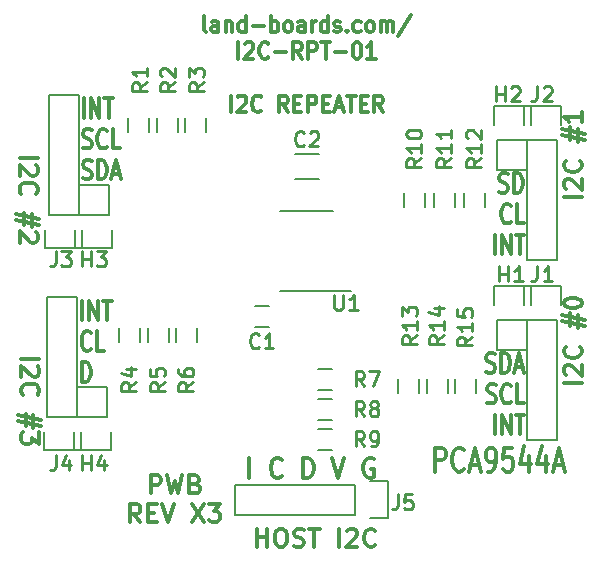
<source format=gto>
G04 #@! TF.FileFunction,Legend,Top*
%FSLAX46Y46*%
G04 Gerber Fmt 4.6, Leading zero omitted, Abs format (unit mm)*
G04 Created by KiCad (PCBNEW (after 2015-mar-04 BZR unknown)-product) date 1/15/2016 6:42:29 PM*
%MOMM*%
G01*
G04 APERTURE LIST*
%ADD10C,0.150000*%
%ADD11C,0.304800*%
%ADD12C,0.254000*%
G04 APERTURE END LIST*
D10*
D11*
X190971713Y-120807238D02*
X190971713Y-118775238D01*
X191552285Y-118775238D01*
X191697427Y-118872000D01*
X191769999Y-118968762D01*
X191842570Y-119162286D01*
X191842570Y-119452571D01*
X191769999Y-119646095D01*
X191697427Y-119742857D01*
X191552285Y-119839619D01*
X190971713Y-119839619D01*
X193366570Y-120613714D02*
X193293999Y-120710476D01*
X193076285Y-120807238D01*
X192931142Y-120807238D01*
X192713427Y-120710476D01*
X192568285Y-120516952D01*
X192495713Y-120323429D01*
X192423142Y-119936381D01*
X192423142Y-119646095D01*
X192495713Y-119259048D01*
X192568285Y-119065524D01*
X192713427Y-118872000D01*
X192931142Y-118775238D01*
X193076285Y-118775238D01*
X193293999Y-118872000D01*
X193366570Y-118968762D01*
X193947142Y-120226667D02*
X194672856Y-120226667D01*
X193801999Y-120807238D02*
X194309999Y-118775238D01*
X194817999Y-120807238D01*
X195398571Y-120807238D02*
X195688856Y-120807238D01*
X195833999Y-120710476D01*
X195906571Y-120613714D01*
X196051713Y-120323429D01*
X196124285Y-119936381D01*
X196124285Y-119162286D01*
X196051713Y-118968762D01*
X195979142Y-118872000D01*
X195833999Y-118775238D01*
X195543713Y-118775238D01*
X195398571Y-118872000D01*
X195325999Y-118968762D01*
X195253428Y-119162286D01*
X195253428Y-119646095D01*
X195325999Y-119839619D01*
X195398571Y-119936381D01*
X195543713Y-120033143D01*
X195833999Y-120033143D01*
X195979142Y-119936381D01*
X196051713Y-119839619D01*
X196124285Y-119646095D01*
X197503142Y-118775238D02*
X196777428Y-118775238D01*
X196704857Y-119742857D01*
X196777428Y-119646095D01*
X196922571Y-119549333D01*
X197285428Y-119549333D01*
X197430571Y-119646095D01*
X197503142Y-119742857D01*
X197575714Y-119936381D01*
X197575714Y-120420190D01*
X197503142Y-120613714D01*
X197430571Y-120710476D01*
X197285428Y-120807238D01*
X196922571Y-120807238D01*
X196777428Y-120710476D01*
X196704857Y-120613714D01*
X198882000Y-119452571D02*
X198882000Y-120807238D01*
X198519143Y-118678476D02*
X198156286Y-120129905D01*
X199099714Y-120129905D01*
X200333429Y-119452571D02*
X200333429Y-120807238D01*
X199970572Y-118678476D02*
X199607715Y-120129905D01*
X200551143Y-120129905D01*
X201059144Y-120226667D02*
X201784858Y-120226667D01*
X200914001Y-120807238D02*
X201422001Y-118775238D01*
X201930001Y-120807238D01*
X196390381Y-97112062D02*
X196571809Y-97190681D01*
X196874190Y-97190681D01*
X196995143Y-97112062D01*
X197055619Y-97033443D01*
X197116095Y-96876205D01*
X197116095Y-96718967D01*
X197055619Y-96561729D01*
X196995143Y-96483110D01*
X196874190Y-96404490D01*
X196632286Y-96325871D01*
X196511333Y-96247252D01*
X196450857Y-96168633D01*
X196390381Y-96011395D01*
X196390381Y-95854157D01*
X196450857Y-95696919D01*
X196511333Y-95618300D01*
X196632286Y-95539681D01*
X196934666Y-95539681D01*
X197116095Y-95618300D01*
X197660381Y-97190681D02*
X197660381Y-95539681D01*
X197962762Y-95539681D01*
X198144190Y-95618300D01*
X198265143Y-95775538D01*
X198325619Y-95932776D01*
X198386095Y-96247252D01*
X198386095Y-96483110D01*
X198325619Y-96797586D01*
X198265143Y-96954824D01*
X198144190Y-97112062D01*
X197962762Y-97190681D01*
X197660381Y-97190681D01*
X197358000Y-99649643D02*
X197297524Y-99728262D01*
X197116095Y-99806881D01*
X196995143Y-99806881D01*
X196813715Y-99728262D01*
X196692762Y-99571024D01*
X196632286Y-99413786D01*
X196571810Y-99099310D01*
X196571810Y-98863452D01*
X196632286Y-98548976D01*
X196692762Y-98391738D01*
X196813715Y-98234500D01*
X196995143Y-98155881D01*
X197116095Y-98155881D01*
X197297524Y-98234500D01*
X197358000Y-98313119D01*
X198507048Y-99806881D02*
X197902286Y-99806881D01*
X197902286Y-98155881D01*
X196027524Y-102423081D02*
X196027524Y-100772081D01*
X196632286Y-102423081D02*
X196632286Y-100772081D01*
X197358000Y-102423081D01*
X197358000Y-100772081D01*
X197781333Y-100772081D02*
X198507048Y-100772081D01*
X198144191Y-102423081D02*
X198144191Y-100772081D01*
X195301810Y-112352062D02*
X195483238Y-112430681D01*
X195785619Y-112430681D01*
X195906572Y-112352062D01*
X195967048Y-112273443D01*
X196027524Y-112116205D01*
X196027524Y-111958967D01*
X195967048Y-111801729D01*
X195906572Y-111723110D01*
X195785619Y-111644490D01*
X195543715Y-111565871D01*
X195422762Y-111487252D01*
X195362286Y-111408633D01*
X195301810Y-111251395D01*
X195301810Y-111094157D01*
X195362286Y-110936919D01*
X195422762Y-110858300D01*
X195543715Y-110779681D01*
X195846095Y-110779681D01*
X196027524Y-110858300D01*
X196571810Y-112430681D02*
X196571810Y-110779681D01*
X196874191Y-110779681D01*
X197055619Y-110858300D01*
X197176572Y-111015538D01*
X197237048Y-111172776D01*
X197297524Y-111487252D01*
X197297524Y-111723110D01*
X197237048Y-112037586D01*
X197176572Y-112194824D01*
X197055619Y-112352062D01*
X196874191Y-112430681D01*
X196571810Y-112430681D01*
X197781334Y-111958967D02*
X198386096Y-111958967D01*
X197660381Y-112430681D02*
X198083715Y-110779681D01*
X198507048Y-112430681D01*
X195362286Y-114968262D02*
X195543714Y-115046881D01*
X195846095Y-115046881D01*
X195967048Y-114968262D01*
X196027524Y-114889643D01*
X196088000Y-114732405D01*
X196088000Y-114575167D01*
X196027524Y-114417929D01*
X195967048Y-114339310D01*
X195846095Y-114260690D01*
X195604191Y-114182071D01*
X195483238Y-114103452D01*
X195422762Y-114024833D01*
X195362286Y-113867595D01*
X195362286Y-113710357D01*
X195422762Y-113553119D01*
X195483238Y-113474500D01*
X195604191Y-113395881D01*
X195906571Y-113395881D01*
X196088000Y-113474500D01*
X197358000Y-114889643D02*
X197297524Y-114968262D01*
X197116095Y-115046881D01*
X196995143Y-115046881D01*
X196813715Y-114968262D01*
X196692762Y-114811024D01*
X196632286Y-114653786D01*
X196571810Y-114339310D01*
X196571810Y-114103452D01*
X196632286Y-113788976D01*
X196692762Y-113631738D01*
X196813715Y-113474500D01*
X196995143Y-113395881D01*
X197116095Y-113395881D01*
X197297524Y-113474500D01*
X197358000Y-113553119D01*
X198507048Y-115046881D02*
X197902286Y-115046881D01*
X197902286Y-113395881D01*
X196027524Y-117663081D02*
X196027524Y-116012081D01*
X196632286Y-117663081D02*
X196632286Y-116012081D01*
X197358000Y-117663081D01*
X197358000Y-116012081D01*
X197781333Y-116012081D02*
X198507048Y-116012081D01*
X198144191Y-117663081D02*
X198144191Y-116012081D01*
X161084381Y-107985681D02*
X161084381Y-106334681D01*
X161689143Y-107985681D02*
X161689143Y-106334681D01*
X162414857Y-107985681D01*
X162414857Y-106334681D01*
X162838190Y-106334681D02*
X163563905Y-106334681D01*
X163201048Y-107985681D02*
X163201048Y-106334681D01*
X161810095Y-110444643D02*
X161749619Y-110523262D01*
X161568190Y-110601881D01*
X161447238Y-110601881D01*
X161265810Y-110523262D01*
X161144857Y-110366024D01*
X161084381Y-110208786D01*
X161023905Y-109894310D01*
X161023905Y-109658452D01*
X161084381Y-109343976D01*
X161144857Y-109186738D01*
X161265810Y-109029500D01*
X161447238Y-108950881D01*
X161568190Y-108950881D01*
X161749619Y-109029500D01*
X161810095Y-109108119D01*
X162959143Y-110601881D02*
X162354381Y-110601881D01*
X162354381Y-108950881D01*
X161084381Y-113218081D02*
X161084381Y-111567081D01*
X161386762Y-111567081D01*
X161568190Y-111645700D01*
X161689143Y-111802938D01*
X161749619Y-111960176D01*
X161810095Y-112274652D01*
X161810095Y-112510510D01*
X161749619Y-112824986D01*
X161689143Y-112982224D01*
X161568190Y-113139462D01*
X161386762Y-113218081D01*
X161084381Y-113218081D01*
X161211381Y-90840681D02*
X161211381Y-89189681D01*
X161816143Y-90840681D02*
X161816143Y-89189681D01*
X162541857Y-90840681D01*
X162541857Y-89189681D01*
X162965190Y-89189681D02*
X163690905Y-89189681D01*
X163328048Y-90840681D02*
X163328048Y-89189681D01*
X161150905Y-93378262D02*
X161332333Y-93456881D01*
X161634714Y-93456881D01*
X161755667Y-93378262D01*
X161816143Y-93299643D01*
X161876619Y-93142405D01*
X161876619Y-92985167D01*
X161816143Y-92827929D01*
X161755667Y-92749310D01*
X161634714Y-92670690D01*
X161392810Y-92592071D01*
X161271857Y-92513452D01*
X161211381Y-92434833D01*
X161150905Y-92277595D01*
X161150905Y-92120357D01*
X161211381Y-91963119D01*
X161271857Y-91884500D01*
X161392810Y-91805881D01*
X161695190Y-91805881D01*
X161876619Y-91884500D01*
X163146619Y-93299643D02*
X163086143Y-93378262D01*
X162904714Y-93456881D01*
X162783762Y-93456881D01*
X162602334Y-93378262D01*
X162481381Y-93221024D01*
X162420905Y-93063786D01*
X162360429Y-92749310D01*
X162360429Y-92513452D01*
X162420905Y-92198976D01*
X162481381Y-92041738D01*
X162602334Y-91884500D01*
X162783762Y-91805881D01*
X162904714Y-91805881D01*
X163086143Y-91884500D01*
X163146619Y-91963119D01*
X164295667Y-93456881D02*
X163690905Y-93456881D01*
X163690905Y-91805881D01*
X161150905Y-95994462D02*
X161332333Y-96073081D01*
X161634714Y-96073081D01*
X161755667Y-95994462D01*
X161816143Y-95915843D01*
X161876619Y-95758605D01*
X161876619Y-95601367D01*
X161816143Y-95444129D01*
X161755667Y-95365510D01*
X161634714Y-95286890D01*
X161392810Y-95208271D01*
X161271857Y-95129652D01*
X161211381Y-95051033D01*
X161150905Y-94893795D01*
X161150905Y-94736557D01*
X161211381Y-94579319D01*
X161271857Y-94500700D01*
X161392810Y-94422081D01*
X161695190Y-94422081D01*
X161876619Y-94500700D01*
X162420905Y-96073081D02*
X162420905Y-94422081D01*
X162723286Y-94422081D01*
X162904714Y-94500700D01*
X163025667Y-94657938D01*
X163086143Y-94815176D01*
X163146619Y-95129652D01*
X163146619Y-95365510D01*
X163086143Y-95679986D01*
X163025667Y-95837224D01*
X162904714Y-95994462D01*
X162723286Y-96073081D01*
X162420905Y-96073081D01*
X163630429Y-95601367D02*
X164235191Y-95601367D01*
X163509476Y-96073081D02*
X163932810Y-94422081D01*
X164356143Y-96073081D01*
X175230971Y-121320681D02*
X175230971Y-119669681D01*
X177988685Y-121163443D02*
X177916114Y-121242062D01*
X177698400Y-121320681D01*
X177553257Y-121320681D01*
X177335542Y-121242062D01*
X177190400Y-121084824D01*
X177117828Y-120927586D01*
X177045257Y-120613110D01*
X177045257Y-120377252D01*
X177117828Y-120062776D01*
X177190400Y-119905538D01*
X177335542Y-119748300D01*
X177553257Y-119669681D01*
X177698400Y-119669681D01*
X177916114Y-119748300D01*
X177988685Y-119826919D01*
X179802971Y-121320681D02*
X179802971Y-119669681D01*
X180165828Y-119669681D01*
X180383543Y-119748300D01*
X180528685Y-119905538D01*
X180601257Y-120062776D01*
X180673828Y-120377252D01*
X180673828Y-120613110D01*
X180601257Y-120927586D01*
X180528685Y-121084824D01*
X180383543Y-121242062D01*
X180165828Y-121320681D01*
X179802971Y-121320681D01*
X182270400Y-119669681D02*
X182778400Y-121320681D01*
X183286400Y-119669681D01*
X185753829Y-119748300D02*
X185608686Y-119669681D01*
X185390972Y-119669681D01*
X185173257Y-119748300D01*
X185028115Y-119905538D01*
X184955543Y-120062776D01*
X184882972Y-120377252D01*
X184882972Y-120613110D01*
X184955543Y-120927586D01*
X185028115Y-121084824D01*
X185173257Y-121242062D01*
X185390972Y-121320681D01*
X185536115Y-121320681D01*
X185753829Y-121242062D01*
X185826400Y-121163443D01*
X185826400Y-120613110D01*
X185536115Y-120613110D01*
X203381429Y-113284000D02*
X201857429Y-113284000D01*
X202002571Y-112630857D02*
X201930000Y-112558286D01*
X201857429Y-112413143D01*
X201857429Y-112050286D01*
X201930000Y-111905143D01*
X202002571Y-111832572D01*
X202147714Y-111760000D01*
X202292857Y-111760000D01*
X202510571Y-111832572D01*
X203381429Y-112703429D01*
X203381429Y-111760000D01*
X203236286Y-110236000D02*
X203308857Y-110308571D01*
X203381429Y-110526285D01*
X203381429Y-110671428D01*
X203308857Y-110889143D01*
X203163714Y-111034285D01*
X203018571Y-111106857D01*
X202728286Y-111179428D01*
X202510571Y-111179428D01*
X202220286Y-111106857D01*
X202075143Y-111034285D01*
X201930000Y-110889143D01*
X201857429Y-110671428D01*
X201857429Y-110526285D01*
X201930000Y-110308571D01*
X202002571Y-110236000D01*
X202365429Y-108494285D02*
X202365429Y-107405714D01*
X201712286Y-108058857D02*
X203671714Y-108494285D01*
X203018571Y-107550857D02*
X203018571Y-108639428D01*
X203671714Y-107986285D02*
X201712286Y-107550857D01*
X201857429Y-106607428D02*
X201857429Y-106462285D01*
X201930000Y-106317142D01*
X202002571Y-106244571D01*
X202147714Y-106172000D01*
X202438000Y-106099428D01*
X202800857Y-106099428D01*
X203091143Y-106172000D01*
X203236286Y-106244571D01*
X203308857Y-106317142D01*
X203381429Y-106462285D01*
X203381429Y-106607428D01*
X203308857Y-106752571D01*
X203236286Y-106825142D01*
X203091143Y-106897714D01*
X202800857Y-106970285D01*
X202438000Y-106970285D01*
X202147714Y-106897714D01*
X202002571Y-106825142D01*
X201930000Y-106752571D01*
X201857429Y-106607428D01*
X203381429Y-97536000D02*
X201857429Y-97536000D01*
X202002571Y-96882857D02*
X201930000Y-96810286D01*
X201857429Y-96665143D01*
X201857429Y-96302286D01*
X201930000Y-96157143D01*
X202002571Y-96084572D01*
X202147714Y-96012000D01*
X202292857Y-96012000D01*
X202510571Y-96084572D01*
X203381429Y-96955429D01*
X203381429Y-96012000D01*
X203236286Y-94488000D02*
X203308857Y-94560571D01*
X203381429Y-94778285D01*
X203381429Y-94923428D01*
X203308857Y-95141143D01*
X203163714Y-95286285D01*
X203018571Y-95358857D01*
X202728286Y-95431428D01*
X202510571Y-95431428D01*
X202220286Y-95358857D01*
X202075143Y-95286285D01*
X201930000Y-95141143D01*
X201857429Y-94923428D01*
X201857429Y-94778285D01*
X201930000Y-94560571D01*
X202002571Y-94488000D01*
X202365429Y-92746285D02*
X202365429Y-91657714D01*
X201712286Y-92310857D02*
X203671714Y-92746285D01*
X203018571Y-91802857D02*
X203018571Y-92891428D01*
X203671714Y-92238285D02*
X201712286Y-91802857D01*
X203381429Y-90351428D02*
X203381429Y-91222285D01*
X203381429Y-90786857D02*
X201857429Y-90786857D01*
X202075143Y-90932000D01*
X202220286Y-91077142D01*
X202292857Y-91222285D01*
X155774571Y-94234000D02*
X157298571Y-94234000D01*
X157153429Y-94887143D02*
X157226000Y-94959714D01*
X157298571Y-95104857D01*
X157298571Y-95467714D01*
X157226000Y-95612857D01*
X157153429Y-95685428D01*
X157008286Y-95758000D01*
X156863143Y-95758000D01*
X156645429Y-95685428D01*
X155774571Y-94814571D01*
X155774571Y-95758000D01*
X155919714Y-97282000D02*
X155847143Y-97209429D01*
X155774571Y-96991715D01*
X155774571Y-96846572D01*
X155847143Y-96628857D01*
X155992286Y-96483715D01*
X156137429Y-96411143D01*
X156427714Y-96338572D01*
X156645429Y-96338572D01*
X156935714Y-96411143D01*
X157080857Y-96483715D01*
X157226000Y-96628857D01*
X157298571Y-96846572D01*
X157298571Y-96991715D01*
X157226000Y-97209429D01*
X157153429Y-97282000D01*
X156790571Y-99023715D02*
X156790571Y-100112286D01*
X157443714Y-99459143D02*
X155484286Y-99023715D01*
X156137429Y-99967143D02*
X156137429Y-98878572D01*
X155484286Y-99531715D02*
X157443714Y-99967143D01*
X157153429Y-100547715D02*
X157226000Y-100620286D01*
X157298571Y-100765429D01*
X157298571Y-101128286D01*
X157226000Y-101273429D01*
X157153429Y-101346000D01*
X157008286Y-101418572D01*
X156863143Y-101418572D01*
X156645429Y-101346000D01*
X155774571Y-100475143D01*
X155774571Y-101418572D01*
X175876857Y-127181429D02*
X175876857Y-125657429D01*
X175876857Y-126383143D02*
X176747714Y-126383143D01*
X176747714Y-127181429D02*
X176747714Y-125657429D01*
X177763714Y-125657429D02*
X178054000Y-125657429D01*
X178199142Y-125730000D01*
X178344285Y-125875143D01*
X178416857Y-126165429D01*
X178416857Y-126673429D01*
X178344285Y-126963714D01*
X178199142Y-127108857D01*
X178054000Y-127181429D01*
X177763714Y-127181429D01*
X177618571Y-127108857D01*
X177473428Y-126963714D01*
X177400857Y-126673429D01*
X177400857Y-126165429D01*
X177473428Y-125875143D01*
X177618571Y-125730000D01*
X177763714Y-125657429D01*
X178997428Y-127108857D02*
X179215142Y-127181429D01*
X179577999Y-127181429D01*
X179723142Y-127108857D01*
X179795713Y-127036286D01*
X179868285Y-126891143D01*
X179868285Y-126746000D01*
X179795713Y-126600857D01*
X179723142Y-126528286D01*
X179577999Y-126455714D01*
X179287713Y-126383143D01*
X179142571Y-126310571D01*
X179069999Y-126238000D01*
X178997428Y-126092857D01*
X178997428Y-125947714D01*
X179069999Y-125802571D01*
X179142571Y-125730000D01*
X179287713Y-125657429D01*
X179650571Y-125657429D01*
X179868285Y-125730000D01*
X180303714Y-125657429D02*
X181174571Y-125657429D01*
X180739142Y-127181429D02*
X180739142Y-125657429D01*
X182843714Y-127181429D02*
X182843714Y-125657429D01*
X183496857Y-125802571D02*
X183569428Y-125730000D01*
X183714571Y-125657429D01*
X184077428Y-125657429D01*
X184222571Y-125730000D01*
X184295142Y-125802571D01*
X184367714Y-125947714D01*
X184367714Y-126092857D01*
X184295142Y-126310571D01*
X183424285Y-127181429D01*
X184367714Y-127181429D01*
X185891714Y-127036286D02*
X185819143Y-127108857D01*
X185601429Y-127181429D01*
X185456286Y-127181429D01*
X185238571Y-127108857D01*
X185093429Y-126963714D01*
X185020857Y-126818571D01*
X184948286Y-126528286D01*
X184948286Y-126310571D01*
X185020857Y-126020286D01*
X185093429Y-125875143D01*
X185238571Y-125730000D01*
X185456286Y-125657429D01*
X185601429Y-125657429D01*
X185819143Y-125730000D01*
X185891714Y-125802571D01*
X155926971Y-111252000D02*
X157450971Y-111252000D01*
X157305829Y-111905143D02*
X157378400Y-111977714D01*
X157450971Y-112122857D01*
X157450971Y-112485714D01*
X157378400Y-112630857D01*
X157305829Y-112703428D01*
X157160686Y-112776000D01*
X157015543Y-112776000D01*
X156797829Y-112703428D01*
X155926971Y-111832571D01*
X155926971Y-112776000D01*
X156072114Y-114300000D02*
X155999543Y-114227429D01*
X155926971Y-114009715D01*
X155926971Y-113864572D01*
X155999543Y-113646857D01*
X156144686Y-113501715D01*
X156289829Y-113429143D01*
X156580114Y-113356572D01*
X156797829Y-113356572D01*
X157088114Y-113429143D01*
X157233257Y-113501715D01*
X157378400Y-113646857D01*
X157450971Y-113864572D01*
X157450971Y-114009715D01*
X157378400Y-114227429D01*
X157305829Y-114300000D01*
X156942971Y-116041715D02*
X156942971Y-117130286D01*
X157596114Y-116477143D02*
X155636686Y-116041715D01*
X156289829Y-116985143D02*
X156289829Y-115896572D01*
X155636686Y-116549715D02*
X157596114Y-116985143D01*
X157450971Y-117493143D02*
X157450971Y-118436572D01*
X156870400Y-117928572D01*
X156870400Y-118146286D01*
X156797829Y-118291429D01*
X156725257Y-118364000D01*
X156580114Y-118436572D01*
X156217257Y-118436572D01*
X156072114Y-118364000D01*
X155999543Y-118291429D01*
X155926971Y-118146286D01*
X155926971Y-117710858D01*
X155999543Y-117565715D01*
X156072114Y-117493143D01*
X171589095Y-83601076D02*
X171468142Y-83534552D01*
X171407666Y-83401505D01*
X171407666Y-82204076D01*
X172617190Y-83601076D02*
X172617190Y-82869314D01*
X172556713Y-82736267D01*
X172435761Y-82669743D01*
X172193856Y-82669743D01*
X172072904Y-82736267D01*
X172617190Y-83534552D02*
X172496237Y-83601076D01*
X172193856Y-83601076D01*
X172072904Y-83534552D01*
X172012428Y-83401505D01*
X172012428Y-83268457D01*
X172072904Y-83135410D01*
X172193856Y-83068886D01*
X172496237Y-83068886D01*
X172617190Y-83002362D01*
X173221952Y-82669743D02*
X173221952Y-83601076D01*
X173221952Y-82802790D02*
X173282428Y-82736267D01*
X173403381Y-82669743D01*
X173584809Y-82669743D01*
X173705761Y-82736267D01*
X173766238Y-82869314D01*
X173766238Y-83601076D01*
X174915286Y-83601076D02*
X174915286Y-82204076D01*
X174915286Y-83534552D02*
X174794333Y-83601076D01*
X174552429Y-83601076D01*
X174431476Y-83534552D01*
X174371000Y-83468029D01*
X174310524Y-83334981D01*
X174310524Y-82935838D01*
X174371000Y-82802790D01*
X174431476Y-82736267D01*
X174552429Y-82669743D01*
X174794333Y-82669743D01*
X174915286Y-82736267D01*
X175520048Y-83068886D02*
X176487667Y-83068886D01*
X177092429Y-83601076D02*
X177092429Y-82204076D01*
X177092429Y-82736267D02*
X177213381Y-82669743D01*
X177455286Y-82669743D01*
X177576238Y-82736267D01*
X177636715Y-82802790D01*
X177697191Y-82935838D01*
X177697191Y-83334981D01*
X177636715Y-83468029D01*
X177576238Y-83534552D01*
X177455286Y-83601076D01*
X177213381Y-83601076D01*
X177092429Y-83534552D01*
X178422906Y-83601076D02*
X178301953Y-83534552D01*
X178241477Y-83468029D01*
X178181001Y-83334981D01*
X178181001Y-82935838D01*
X178241477Y-82802790D01*
X178301953Y-82736267D01*
X178422906Y-82669743D01*
X178604334Y-82669743D01*
X178725286Y-82736267D01*
X178785763Y-82802790D01*
X178846239Y-82935838D01*
X178846239Y-83334981D01*
X178785763Y-83468029D01*
X178725286Y-83534552D01*
X178604334Y-83601076D01*
X178422906Y-83601076D01*
X179934811Y-83601076D02*
X179934811Y-82869314D01*
X179874334Y-82736267D01*
X179753382Y-82669743D01*
X179511477Y-82669743D01*
X179390525Y-82736267D01*
X179934811Y-83534552D02*
X179813858Y-83601076D01*
X179511477Y-83601076D01*
X179390525Y-83534552D01*
X179330049Y-83401505D01*
X179330049Y-83268457D01*
X179390525Y-83135410D01*
X179511477Y-83068886D01*
X179813858Y-83068886D01*
X179934811Y-83002362D01*
X180539573Y-83601076D02*
X180539573Y-82669743D01*
X180539573Y-82935838D02*
X180600049Y-82802790D01*
X180660525Y-82736267D01*
X180781478Y-82669743D01*
X180902430Y-82669743D01*
X181870049Y-83601076D02*
X181870049Y-82204076D01*
X181870049Y-83534552D02*
X181749096Y-83601076D01*
X181507192Y-83601076D01*
X181386239Y-83534552D01*
X181325763Y-83468029D01*
X181265287Y-83334981D01*
X181265287Y-82935838D01*
X181325763Y-82802790D01*
X181386239Y-82736267D01*
X181507192Y-82669743D01*
X181749096Y-82669743D01*
X181870049Y-82736267D01*
X182414335Y-83534552D02*
X182535287Y-83601076D01*
X182777192Y-83601076D01*
X182898144Y-83534552D01*
X182958620Y-83401505D01*
X182958620Y-83334981D01*
X182898144Y-83201933D01*
X182777192Y-83135410D01*
X182595763Y-83135410D01*
X182474811Y-83068886D01*
X182414335Y-82935838D01*
X182414335Y-82869314D01*
X182474811Y-82736267D01*
X182595763Y-82669743D01*
X182777192Y-82669743D01*
X182898144Y-82736267D01*
X183502906Y-83468029D02*
X183563382Y-83534552D01*
X183502906Y-83601076D01*
X183442430Y-83534552D01*
X183502906Y-83468029D01*
X183502906Y-83601076D01*
X184651954Y-83534552D02*
X184531001Y-83601076D01*
X184289097Y-83601076D01*
X184168144Y-83534552D01*
X184107668Y-83468029D01*
X184047192Y-83334981D01*
X184047192Y-82935838D01*
X184107668Y-82802790D01*
X184168144Y-82736267D01*
X184289097Y-82669743D01*
X184531001Y-82669743D01*
X184651954Y-82736267D01*
X185377668Y-83601076D02*
X185256715Y-83534552D01*
X185196239Y-83468029D01*
X185135763Y-83334981D01*
X185135763Y-82935838D01*
X185196239Y-82802790D01*
X185256715Y-82736267D01*
X185377668Y-82669743D01*
X185559096Y-82669743D01*
X185680048Y-82736267D01*
X185740525Y-82802790D01*
X185801001Y-82935838D01*
X185801001Y-83334981D01*
X185740525Y-83468029D01*
X185680048Y-83534552D01*
X185559096Y-83601076D01*
X185377668Y-83601076D01*
X186345287Y-83601076D02*
X186345287Y-82669743D01*
X186345287Y-82802790D02*
X186405763Y-82736267D01*
X186526716Y-82669743D01*
X186708144Y-82669743D01*
X186829096Y-82736267D01*
X186889573Y-82869314D01*
X186889573Y-83601076D01*
X186889573Y-82869314D02*
X186950049Y-82736267D01*
X187071001Y-82669743D01*
X187252430Y-82669743D01*
X187373382Y-82736267D01*
X187433858Y-82869314D01*
X187433858Y-83601076D01*
X188945763Y-82137552D02*
X187857191Y-83933695D01*
X174310524Y-85861676D02*
X174310524Y-84464676D01*
X174854810Y-84597724D02*
X174915286Y-84531200D01*
X175036238Y-84464676D01*
X175338619Y-84464676D01*
X175459572Y-84531200D01*
X175520048Y-84597724D01*
X175580524Y-84730771D01*
X175580524Y-84863819D01*
X175520048Y-85063390D01*
X174794334Y-85861676D01*
X175580524Y-85861676D01*
X176850524Y-85728629D02*
X176790048Y-85795152D01*
X176608619Y-85861676D01*
X176487667Y-85861676D01*
X176306239Y-85795152D01*
X176185286Y-85662105D01*
X176124810Y-85529057D01*
X176064334Y-85262962D01*
X176064334Y-85063390D01*
X176124810Y-84797295D01*
X176185286Y-84664248D01*
X176306239Y-84531200D01*
X176487667Y-84464676D01*
X176608619Y-84464676D01*
X176790048Y-84531200D01*
X176850524Y-84597724D01*
X177394810Y-85329486D02*
X178362429Y-85329486D01*
X179692905Y-85861676D02*
X179269572Y-85196438D01*
X178967191Y-85861676D02*
X178967191Y-84464676D01*
X179451000Y-84464676D01*
X179571953Y-84531200D01*
X179632429Y-84597724D01*
X179692905Y-84730771D01*
X179692905Y-84930343D01*
X179632429Y-85063390D01*
X179571953Y-85129914D01*
X179451000Y-85196438D01*
X178967191Y-85196438D01*
X180237191Y-85861676D02*
X180237191Y-84464676D01*
X180721000Y-84464676D01*
X180841953Y-84531200D01*
X180902429Y-84597724D01*
X180962905Y-84730771D01*
X180962905Y-84930343D01*
X180902429Y-85063390D01*
X180841953Y-85129914D01*
X180721000Y-85196438D01*
X180237191Y-85196438D01*
X181325762Y-84464676D02*
X182051477Y-84464676D01*
X181688620Y-85861676D02*
X181688620Y-84464676D01*
X182474810Y-85329486D02*
X183442429Y-85329486D01*
X184289096Y-84464676D02*
X184410048Y-84464676D01*
X184531000Y-84531200D01*
X184591477Y-84597724D01*
X184651953Y-84730771D01*
X184712429Y-84996867D01*
X184712429Y-85329486D01*
X184651953Y-85595581D01*
X184591477Y-85728629D01*
X184531000Y-85795152D01*
X184410048Y-85861676D01*
X184289096Y-85861676D01*
X184168143Y-85795152D01*
X184107667Y-85728629D01*
X184047191Y-85595581D01*
X183986715Y-85329486D01*
X183986715Y-84996867D01*
X184047191Y-84730771D01*
X184107667Y-84597724D01*
X184168143Y-84531200D01*
X184289096Y-84464676D01*
X185921953Y-85861676D02*
X185196239Y-85861676D01*
X185559096Y-85861676D02*
X185559096Y-84464676D01*
X185438144Y-84664248D01*
X185317191Y-84797295D01*
X185196239Y-84863819D01*
X173705762Y-90382876D02*
X173705762Y-88985876D01*
X174250048Y-89118924D02*
X174310524Y-89052400D01*
X174431476Y-88985876D01*
X174733857Y-88985876D01*
X174854810Y-89052400D01*
X174915286Y-89118924D01*
X174975762Y-89251971D01*
X174975762Y-89385019D01*
X174915286Y-89584590D01*
X174189572Y-90382876D01*
X174975762Y-90382876D01*
X176245762Y-90249829D02*
X176185286Y-90316352D01*
X176003857Y-90382876D01*
X175882905Y-90382876D01*
X175701477Y-90316352D01*
X175580524Y-90183305D01*
X175520048Y-90050257D01*
X175459572Y-89784162D01*
X175459572Y-89584590D01*
X175520048Y-89318495D01*
X175580524Y-89185448D01*
X175701477Y-89052400D01*
X175882905Y-88985876D01*
X176003857Y-88985876D01*
X176185286Y-89052400D01*
X176245762Y-89118924D01*
X178483381Y-90382876D02*
X178060048Y-89717638D01*
X177757667Y-90382876D02*
X177757667Y-88985876D01*
X178241476Y-88985876D01*
X178362429Y-89052400D01*
X178422905Y-89118924D01*
X178483381Y-89251971D01*
X178483381Y-89451543D01*
X178422905Y-89584590D01*
X178362429Y-89651114D01*
X178241476Y-89717638D01*
X177757667Y-89717638D01*
X179027667Y-89651114D02*
X179451000Y-89651114D01*
X179632429Y-90382876D02*
X179027667Y-90382876D01*
X179027667Y-88985876D01*
X179632429Y-88985876D01*
X180176715Y-90382876D02*
X180176715Y-88985876D01*
X180660524Y-88985876D01*
X180781477Y-89052400D01*
X180841953Y-89118924D01*
X180902429Y-89251971D01*
X180902429Y-89451543D01*
X180841953Y-89584590D01*
X180781477Y-89651114D01*
X180660524Y-89717638D01*
X180176715Y-89717638D01*
X181446715Y-89651114D02*
X181870048Y-89651114D01*
X182051477Y-90382876D02*
X181446715Y-90382876D01*
X181446715Y-88985876D01*
X182051477Y-88985876D01*
X182535287Y-89983733D02*
X183140049Y-89983733D01*
X182414334Y-90382876D02*
X182837668Y-88985876D01*
X183261001Y-90382876D01*
X183502905Y-88985876D02*
X184228620Y-88985876D01*
X183865763Y-90382876D02*
X183865763Y-88985876D01*
X184651953Y-89651114D02*
X185075286Y-89651114D01*
X185256715Y-90382876D02*
X184651953Y-90382876D01*
X184651953Y-88985876D01*
X185256715Y-88985876D01*
X186526715Y-90382876D02*
X186103382Y-89717638D01*
X185801001Y-90382876D02*
X185801001Y-88985876D01*
X186284810Y-88985876D01*
X186405763Y-89052400D01*
X186466239Y-89118924D01*
X186526715Y-89251971D01*
X186526715Y-89451543D01*
X186466239Y-89584590D01*
X186405763Y-89651114D01*
X186284810Y-89717638D01*
X185801001Y-89717638D01*
X166878000Y-122660229D02*
X166878000Y-121136229D01*
X167458572Y-121136229D01*
X167603714Y-121208800D01*
X167676286Y-121281371D01*
X167748857Y-121426514D01*
X167748857Y-121644229D01*
X167676286Y-121789371D01*
X167603714Y-121861943D01*
X167458572Y-121934514D01*
X166878000Y-121934514D01*
X168256857Y-121136229D02*
X168619714Y-122660229D01*
X168910000Y-121571657D01*
X169200286Y-122660229D01*
X169563143Y-121136229D01*
X170651714Y-121861943D02*
X170869428Y-121934514D01*
X170942000Y-122007086D01*
X171014571Y-122152229D01*
X171014571Y-122369943D01*
X170942000Y-122515086D01*
X170869428Y-122587657D01*
X170724286Y-122660229D01*
X170143714Y-122660229D01*
X170143714Y-121136229D01*
X170651714Y-121136229D01*
X170796857Y-121208800D01*
X170869428Y-121281371D01*
X170942000Y-121426514D01*
X170942000Y-121571657D01*
X170869428Y-121716800D01*
X170796857Y-121789371D01*
X170651714Y-121861943D01*
X170143714Y-121861943D01*
X166007142Y-125098629D02*
X165499142Y-124372914D01*
X165136285Y-125098629D02*
X165136285Y-123574629D01*
X165716857Y-123574629D01*
X165861999Y-123647200D01*
X165934571Y-123719771D01*
X166007142Y-123864914D01*
X166007142Y-124082629D01*
X165934571Y-124227771D01*
X165861999Y-124300343D01*
X165716857Y-124372914D01*
X165136285Y-124372914D01*
X166660285Y-124300343D02*
X167168285Y-124300343D01*
X167385999Y-125098629D02*
X166660285Y-125098629D01*
X166660285Y-123574629D01*
X167385999Y-123574629D01*
X167821428Y-123574629D02*
X168329428Y-125098629D01*
X168837428Y-123574629D01*
X170361428Y-123574629D02*
X171377428Y-125098629D01*
X171377428Y-123574629D02*
X170361428Y-125098629D01*
X171812857Y-123574629D02*
X172756286Y-123574629D01*
X172248286Y-124155200D01*
X172466000Y-124155200D01*
X172611143Y-124227771D01*
X172683714Y-124300343D01*
X172756286Y-124445486D01*
X172756286Y-124808343D01*
X172683714Y-124953486D01*
X172611143Y-125026057D01*
X172466000Y-125098629D01*
X172030572Y-125098629D01*
X171885429Y-125026057D01*
X171812857Y-124953486D01*
D10*
X181010000Y-112155000D02*
X182210000Y-112155000D01*
X182210000Y-113905000D02*
X181010000Y-113905000D01*
X181010000Y-114695000D02*
X182210000Y-114695000D01*
X182210000Y-116445000D02*
X181010000Y-116445000D01*
X181010000Y-117235000D02*
X182210000Y-117235000D01*
X182210000Y-118985000D02*
X181010000Y-118985000D01*
X189597000Y-112938000D02*
X189597000Y-114138000D01*
X187847000Y-114138000D02*
X187847000Y-112938000D01*
X193435000Y-98390000D02*
X193435000Y-97190000D01*
X195185000Y-97190000D02*
X195185000Y-98390000D01*
X169813000Y-92040000D02*
X169813000Y-90840000D01*
X171563000Y-90840000D02*
X171563000Y-92040000D01*
X165975000Y-108620000D02*
X165975000Y-109820000D01*
X164225000Y-109820000D02*
X164225000Y-108620000D01*
X194423000Y-112938000D02*
X194423000Y-114138000D01*
X192673000Y-114138000D02*
X192673000Y-112938000D01*
X188355000Y-98390000D02*
X188355000Y-97190000D01*
X190105000Y-97190000D02*
X190105000Y-98390000D01*
X164987000Y-92040000D02*
X164987000Y-90840000D01*
X166737000Y-90840000D02*
X166737000Y-92040000D01*
X170801000Y-108620000D02*
X170801000Y-109820000D01*
X169051000Y-109820000D02*
X169051000Y-108620000D01*
X192010000Y-112938000D02*
X192010000Y-114138000D01*
X190260000Y-114138000D02*
X190260000Y-112938000D01*
X198475000Y-106680000D02*
X198475000Y-105130000D01*
X198475000Y-105130000D02*
X201575000Y-105130000D01*
X201575000Y-105130000D02*
X201575000Y-106680000D01*
X201295000Y-107950000D02*
X201295000Y-118110000D01*
X201295000Y-118110000D02*
X198755000Y-118110000D01*
X198755000Y-118110000D02*
X198755000Y-107950000D01*
X201295000Y-107950000D02*
X198755000Y-107950000D01*
X198475000Y-91440000D02*
X198475000Y-89890000D01*
X198475000Y-89890000D02*
X201575000Y-89890000D01*
X201575000Y-89890000D02*
X201575000Y-91440000D01*
X201295000Y-92710000D02*
X201295000Y-102870000D01*
X201295000Y-102870000D02*
X198755000Y-102870000D01*
X198755000Y-102870000D02*
X198755000Y-92710000D01*
X201295000Y-92710000D02*
X198755000Y-92710000D01*
X161062000Y-100330000D02*
X161062000Y-101880000D01*
X161062000Y-101880000D02*
X157962000Y-101880000D01*
X157962000Y-101880000D02*
X157962000Y-100330000D01*
X158242000Y-99060000D02*
X158242000Y-88900000D01*
X158242000Y-88900000D02*
X160782000Y-88900000D01*
X160782000Y-88900000D02*
X160782000Y-99060000D01*
X158242000Y-99060000D02*
X160782000Y-99060000D01*
X160935000Y-117475000D02*
X160935000Y-119025000D01*
X160935000Y-119025000D02*
X157835000Y-119025000D01*
X157835000Y-119025000D02*
X157835000Y-117475000D01*
X158115000Y-116205000D02*
X158115000Y-106045000D01*
X158115000Y-106045000D02*
X160655000Y-106045000D01*
X160655000Y-106045000D02*
X160655000Y-116205000D01*
X158115000Y-116205000D02*
X160655000Y-116205000D01*
X190895000Y-98390000D02*
X190895000Y-97190000D01*
X192645000Y-97190000D02*
X192645000Y-98390000D01*
X167400000Y-92040000D02*
X167400000Y-90840000D01*
X169150000Y-90840000D02*
X169150000Y-92040000D01*
X168388000Y-108620000D02*
X168388000Y-109820000D01*
X166638000Y-109820000D02*
X166638000Y-108620000D01*
X185420000Y-121640000D02*
X186970000Y-121640000D01*
X186970000Y-121640000D02*
X186970000Y-124740000D01*
X186970000Y-124740000D02*
X185420000Y-124740000D01*
X184150000Y-124460000D02*
X173990000Y-124460000D01*
X173990000Y-124460000D02*
X173990000Y-121920000D01*
X173990000Y-121920000D02*
X184150000Y-121920000D01*
X184150000Y-124460000D02*
X184150000Y-121920000D01*
X182311000Y-98733000D02*
X177861000Y-98733000D01*
X183836000Y-105483000D02*
X177861000Y-105483000D01*
X198755000Y-107950000D02*
X198755000Y-110490000D01*
X199035000Y-105130000D02*
X199035000Y-106680000D01*
X198755000Y-107950000D02*
X196215000Y-107950000D01*
X195935000Y-106680000D02*
X195935000Y-105130000D01*
X195935000Y-105130000D02*
X199035000Y-105130000D01*
X196215000Y-107950000D02*
X196215000Y-110490000D01*
X196215000Y-110490000D02*
X198755000Y-110490000D01*
X198755000Y-92710000D02*
X198755000Y-95250000D01*
X199035000Y-89890000D02*
X199035000Y-91440000D01*
X198755000Y-92710000D02*
X196215000Y-92710000D01*
X195935000Y-91440000D02*
X195935000Y-89890000D01*
X195935000Y-89890000D02*
X199035000Y-89890000D01*
X196215000Y-92710000D02*
X196215000Y-95250000D01*
X196215000Y-95250000D02*
X198755000Y-95250000D01*
X160782000Y-99060000D02*
X160782000Y-96520000D01*
X160502000Y-101880000D02*
X160502000Y-100330000D01*
X160782000Y-99060000D02*
X163322000Y-99060000D01*
X163602000Y-100330000D02*
X163602000Y-101880000D01*
X163602000Y-101880000D02*
X160502000Y-101880000D01*
X163322000Y-99060000D02*
X163322000Y-96520000D01*
X163322000Y-96520000D02*
X160782000Y-96520000D01*
X160655000Y-116205000D02*
X160655000Y-113665000D01*
X160375000Y-119025000D02*
X160375000Y-117475000D01*
X160655000Y-116205000D02*
X163195000Y-116205000D01*
X163475000Y-117475000D02*
X163475000Y-119025000D01*
X163475000Y-119025000D02*
X160375000Y-119025000D01*
X163195000Y-116205000D02*
X163195000Y-113665000D01*
X163195000Y-113665000D02*
X160655000Y-113665000D01*
X175676000Y-106821000D02*
X176876000Y-106821000D01*
X176876000Y-108571000D02*
X175676000Y-108571000D01*
X181086000Y-96071000D02*
X179086000Y-96071000D01*
X179086000Y-93921000D02*
X181086000Y-93921000D01*
D12*
X184954333Y-113604524D02*
X184531000Y-112999762D01*
X184228619Y-113604524D02*
X184228619Y-112334524D01*
X184712428Y-112334524D01*
X184833381Y-112395000D01*
X184893857Y-112455476D01*
X184954333Y-112576429D01*
X184954333Y-112757857D01*
X184893857Y-112878810D01*
X184833381Y-112939286D01*
X184712428Y-112999762D01*
X184228619Y-112999762D01*
X185377667Y-112334524D02*
X186224333Y-112334524D01*
X185680048Y-113604524D01*
X184954333Y-116144524D02*
X184531000Y-115539762D01*
X184228619Y-116144524D02*
X184228619Y-114874524D01*
X184712428Y-114874524D01*
X184833381Y-114935000D01*
X184893857Y-114995476D01*
X184954333Y-115116429D01*
X184954333Y-115297857D01*
X184893857Y-115418810D01*
X184833381Y-115479286D01*
X184712428Y-115539762D01*
X184228619Y-115539762D01*
X185680048Y-115418810D02*
X185559095Y-115358333D01*
X185498619Y-115297857D01*
X185438143Y-115176905D01*
X185438143Y-115116429D01*
X185498619Y-114995476D01*
X185559095Y-114935000D01*
X185680048Y-114874524D01*
X185921952Y-114874524D01*
X186042905Y-114935000D01*
X186103381Y-114995476D01*
X186163857Y-115116429D01*
X186163857Y-115176905D01*
X186103381Y-115297857D01*
X186042905Y-115358333D01*
X185921952Y-115418810D01*
X185680048Y-115418810D01*
X185559095Y-115479286D01*
X185498619Y-115539762D01*
X185438143Y-115660714D01*
X185438143Y-115902619D01*
X185498619Y-116023571D01*
X185559095Y-116084048D01*
X185680048Y-116144524D01*
X185921952Y-116144524D01*
X186042905Y-116084048D01*
X186103381Y-116023571D01*
X186163857Y-115902619D01*
X186163857Y-115660714D01*
X186103381Y-115539762D01*
X186042905Y-115479286D01*
X185921952Y-115418810D01*
X184954333Y-118684524D02*
X184531000Y-118079762D01*
X184228619Y-118684524D02*
X184228619Y-117414524D01*
X184712428Y-117414524D01*
X184833381Y-117475000D01*
X184893857Y-117535476D01*
X184954333Y-117656429D01*
X184954333Y-117837857D01*
X184893857Y-117958810D01*
X184833381Y-118019286D01*
X184712428Y-118079762D01*
X184228619Y-118079762D01*
X185559095Y-118684524D02*
X185801000Y-118684524D01*
X185921952Y-118624048D01*
X185982428Y-118563571D01*
X186103381Y-118382143D01*
X186163857Y-118140238D01*
X186163857Y-117656429D01*
X186103381Y-117535476D01*
X186042905Y-117475000D01*
X185921952Y-117414524D01*
X185680048Y-117414524D01*
X185559095Y-117475000D01*
X185498619Y-117535476D01*
X185438143Y-117656429D01*
X185438143Y-117958810D01*
X185498619Y-118079762D01*
X185559095Y-118140238D01*
X185680048Y-118200714D01*
X185921952Y-118200714D01*
X186042905Y-118140238D01*
X186103381Y-118079762D01*
X186163857Y-117958810D01*
X189423524Y-109274429D02*
X188818762Y-109697762D01*
X189423524Y-110000143D02*
X188153524Y-110000143D01*
X188153524Y-109516334D01*
X188214000Y-109395381D01*
X188274476Y-109334905D01*
X188395429Y-109274429D01*
X188576857Y-109274429D01*
X188697810Y-109334905D01*
X188758286Y-109395381D01*
X188818762Y-109516334D01*
X188818762Y-110000143D01*
X189423524Y-108064905D02*
X189423524Y-108790619D01*
X189423524Y-108427762D02*
X188153524Y-108427762D01*
X188334952Y-108548714D01*
X188455905Y-108669667D01*
X188516381Y-108790619D01*
X188153524Y-107641571D02*
X188153524Y-106855381D01*
X188637333Y-107278714D01*
X188637333Y-107097286D01*
X188697810Y-106976333D01*
X188758286Y-106915857D01*
X188879238Y-106855381D01*
X189181619Y-106855381D01*
X189302571Y-106915857D01*
X189363048Y-106976333D01*
X189423524Y-107097286D01*
X189423524Y-107460143D01*
X189363048Y-107581095D01*
X189302571Y-107641571D01*
X194884524Y-94288429D02*
X194279762Y-94711762D01*
X194884524Y-95014143D02*
X193614524Y-95014143D01*
X193614524Y-94530334D01*
X193675000Y-94409381D01*
X193735476Y-94348905D01*
X193856429Y-94288429D01*
X194037857Y-94288429D01*
X194158810Y-94348905D01*
X194219286Y-94409381D01*
X194279762Y-94530334D01*
X194279762Y-95014143D01*
X194884524Y-93078905D02*
X194884524Y-93804619D01*
X194884524Y-93441762D02*
X193614524Y-93441762D01*
X193795952Y-93562714D01*
X193916905Y-93683667D01*
X193977381Y-93804619D01*
X193735476Y-92595095D02*
X193675000Y-92534619D01*
X193614524Y-92413667D01*
X193614524Y-92111286D01*
X193675000Y-91990333D01*
X193735476Y-91929857D01*
X193856429Y-91869381D01*
X193977381Y-91869381D01*
X194158810Y-91929857D01*
X194884524Y-92655571D01*
X194884524Y-91869381D01*
X171389524Y-87841667D02*
X170784762Y-88265000D01*
X171389524Y-88567381D02*
X170119524Y-88567381D01*
X170119524Y-88083572D01*
X170180000Y-87962619D01*
X170240476Y-87902143D01*
X170361429Y-87841667D01*
X170542857Y-87841667D01*
X170663810Y-87902143D01*
X170724286Y-87962619D01*
X170784762Y-88083572D01*
X170784762Y-88567381D01*
X170119524Y-87418333D02*
X170119524Y-86632143D01*
X170603333Y-87055476D01*
X170603333Y-86874048D01*
X170663810Y-86753095D01*
X170724286Y-86692619D01*
X170845238Y-86632143D01*
X171147619Y-86632143D01*
X171268571Y-86692619D01*
X171329048Y-86753095D01*
X171389524Y-86874048D01*
X171389524Y-87236905D01*
X171329048Y-87357857D01*
X171268571Y-87418333D01*
X165674524Y-113241667D02*
X165069762Y-113665000D01*
X165674524Y-113967381D02*
X164404524Y-113967381D01*
X164404524Y-113483572D01*
X164465000Y-113362619D01*
X164525476Y-113302143D01*
X164646429Y-113241667D01*
X164827857Y-113241667D01*
X164948810Y-113302143D01*
X165009286Y-113362619D01*
X165069762Y-113483572D01*
X165069762Y-113967381D01*
X164827857Y-112153095D02*
X165674524Y-112153095D01*
X164344048Y-112455476D02*
X165251190Y-112757857D01*
X165251190Y-111971667D01*
X194122524Y-109401429D02*
X193517762Y-109824762D01*
X194122524Y-110127143D02*
X192852524Y-110127143D01*
X192852524Y-109643334D01*
X192913000Y-109522381D01*
X192973476Y-109461905D01*
X193094429Y-109401429D01*
X193275857Y-109401429D01*
X193396810Y-109461905D01*
X193457286Y-109522381D01*
X193517762Y-109643334D01*
X193517762Y-110127143D01*
X194122524Y-108191905D02*
X194122524Y-108917619D01*
X194122524Y-108554762D02*
X192852524Y-108554762D01*
X193033952Y-108675714D01*
X193154905Y-108796667D01*
X193215381Y-108917619D01*
X192852524Y-107042857D02*
X192852524Y-107647619D01*
X193457286Y-107708095D01*
X193396810Y-107647619D01*
X193336333Y-107526667D01*
X193336333Y-107224286D01*
X193396810Y-107103333D01*
X193457286Y-107042857D01*
X193578238Y-106982381D01*
X193880619Y-106982381D01*
X194001571Y-107042857D01*
X194062048Y-107103333D01*
X194122524Y-107224286D01*
X194122524Y-107526667D01*
X194062048Y-107647619D01*
X194001571Y-107708095D01*
X189804524Y-94288429D02*
X189199762Y-94711762D01*
X189804524Y-95014143D02*
X188534524Y-95014143D01*
X188534524Y-94530334D01*
X188595000Y-94409381D01*
X188655476Y-94348905D01*
X188776429Y-94288429D01*
X188957857Y-94288429D01*
X189078810Y-94348905D01*
X189139286Y-94409381D01*
X189199762Y-94530334D01*
X189199762Y-95014143D01*
X189804524Y-93078905D02*
X189804524Y-93804619D01*
X189804524Y-93441762D02*
X188534524Y-93441762D01*
X188715952Y-93562714D01*
X188836905Y-93683667D01*
X188897381Y-93804619D01*
X188534524Y-92292714D02*
X188534524Y-92171762D01*
X188595000Y-92050810D01*
X188655476Y-91990333D01*
X188776429Y-91929857D01*
X189018333Y-91869381D01*
X189320714Y-91869381D01*
X189562619Y-91929857D01*
X189683571Y-91990333D01*
X189744048Y-92050810D01*
X189804524Y-92171762D01*
X189804524Y-92292714D01*
X189744048Y-92413667D01*
X189683571Y-92474143D01*
X189562619Y-92534619D01*
X189320714Y-92595095D01*
X189018333Y-92595095D01*
X188776429Y-92534619D01*
X188655476Y-92474143D01*
X188595000Y-92413667D01*
X188534524Y-92292714D01*
X166563524Y-87841667D02*
X165958762Y-88265000D01*
X166563524Y-88567381D02*
X165293524Y-88567381D01*
X165293524Y-88083572D01*
X165354000Y-87962619D01*
X165414476Y-87902143D01*
X165535429Y-87841667D01*
X165716857Y-87841667D01*
X165837810Y-87902143D01*
X165898286Y-87962619D01*
X165958762Y-88083572D01*
X165958762Y-88567381D01*
X166563524Y-86632143D02*
X166563524Y-87357857D01*
X166563524Y-86995000D02*
X165293524Y-86995000D01*
X165474952Y-87115952D01*
X165595905Y-87236905D01*
X165656381Y-87357857D01*
X170500524Y-113241667D02*
X169895762Y-113665000D01*
X170500524Y-113967381D02*
X169230524Y-113967381D01*
X169230524Y-113483572D01*
X169291000Y-113362619D01*
X169351476Y-113302143D01*
X169472429Y-113241667D01*
X169653857Y-113241667D01*
X169774810Y-113302143D01*
X169835286Y-113362619D01*
X169895762Y-113483572D01*
X169895762Y-113967381D01*
X169230524Y-112153095D02*
X169230524Y-112395000D01*
X169291000Y-112515952D01*
X169351476Y-112576429D01*
X169532905Y-112697381D01*
X169774810Y-112757857D01*
X170258619Y-112757857D01*
X170379571Y-112697381D01*
X170440048Y-112636905D01*
X170500524Y-112515952D01*
X170500524Y-112274048D01*
X170440048Y-112153095D01*
X170379571Y-112092619D01*
X170258619Y-112032143D01*
X169956238Y-112032143D01*
X169835286Y-112092619D01*
X169774810Y-112153095D01*
X169714333Y-112274048D01*
X169714333Y-112515952D01*
X169774810Y-112636905D01*
X169835286Y-112697381D01*
X169956238Y-112757857D01*
X191709524Y-109274429D02*
X191104762Y-109697762D01*
X191709524Y-110000143D02*
X190439524Y-110000143D01*
X190439524Y-109516334D01*
X190500000Y-109395381D01*
X190560476Y-109334905D01*
X190681429Y-109274429D01*
X190862857Y-109274429D01*
X190983810Y-109334905D01*
X191044286Y-109395381D01*
X191104762Y-109516334D01*
X191104762Y-110000143D01*
X191709524Y-108064905D02*
X191709524Y-108790619D01*
X191709524Y-108427762D02*
X190439524Y-108427762D01*
X190620952Y-108548714D01*
X190741905Y-108669667D01*
X190802381Y-108790619D01*
X190862857Y-106976333D02*
X191709524Y-106976333D01*
X190379048Y-107278714D02*
X191286190Y-107581095D01*
X191286190Y-106794905D01*
X199601667Y-103444524D02*
X199601667Y-104351667D01*
X199541191Y-104533095D01*
X199420239Y-104654048D01*
X199238810Y-104714524D01*
X199117858Y-104714524D01*
X200871667Y-104714524D02*
X200145953Y-104714524D01*
X200508810Y-104714524D02*
X200508810Y-103444524D01*
X200387858Y-103625952D01*
X200266905Y-103746905D01*
X200145953Y-103807381D01*
X199601667Y-88204524D02*
X199601667Y-89111667D01*
X199541191Y-89293095D01*
X199420239Y-89414048D01*
X199238810Y-89474524D01*
X199117858Y-89474524D01*
X200145953Y-88325476D02*
X200206429Y-88265000D01*
X200327381Y-88204524D01*
X200629762Y-88204524D01*
X200750715Y-88265000D01*
X200811191Y-88325476D01*
X200871667Y-88446429D01*
X200871667Y-88567381D01*
X200811191Y-88748810D01*
X200085477Y-89474524D01*
X200871667Y-89474524D01*
X158834667Y-102174524D02*
X158834667Y-103081667D01*
X158774191Y-103263095D01*
X158653239Y-103384048D01*
X158471810Y-103444524D01*
X158350858Y-103444524D01*
X159318477Y-102174524D02*
X160104667Y-102174524D01*
X159681334Y-102658333D01*
X159862762Y-102658333D01*
X159983715Y-102718810D01*
X160044191Y-102779286D01*
X160104667Y-102900238D01*
X160104667Y-103202619D01*
X160044191Y-103323571D01*
X159983715Y-103384048D01*
X159862762Y-103444524D01*
X159499905Y-103444524D01*
X159378953Y-103384048D01*
X159318477Y-103323571D01*
X158834667Y-119446524D02*
X158834667Y-120353667D01*
X158774191Y-120535095D01*
X158653239Y-120656048D01*
X158471810Y-120716524D01*
X158350858Y-120716524D01*
X159983715Y-119869857D02*
X159983715Y-120716524D01*
X159681334Y-119386048D02*
X159378953Y-120293190D01*
X160165143Y-120293190D01*
X192344524Y-94288429D02*
X191739762Y-94711762D01*
X192344524Y-95014143D02*
X191074524Y-95014143D01*
X191074524Y-94530334D01*
X191135000Y-94409381D01*
X191195476Y-94348905D01*
X191316429Y-94288429D01*
X191497857Y-94288429D01*
X191618810Y-94348905D01*
X191679286Y-94409381D01*
X191739762Y-94530334D01*
X191739762Y-95014143D01*
X192344524Y-93078905D02*
X192344524Y-93804619D01*
X192344524Y-93441762D02*
X191074524Y-93441762D01*
X191255952Y-93562714D01*
X191376905Y-93683667D01*
X191437381Y-93804619D01*
X192344524Y-91869381D02*
X192344524Y-92595095D01*
X192344524Y-92232238D02*
X191074524Y-92232238D01*
X191255952Y-92353190D01*
X191376905Y-92474143D01*
X191437381Y-92595095D01*
X168976524Y-87841667D02*
X168371762Y-88265000D01*
X168976524Y-88567381D02*
X167706524Y-88567381D01*
X167706524Y-88083572D01*
X167767000Y-87962619D01*
X167827476Y-87902143D01*
X167948429Y-87841667D01*
X168129857Y-87841667D01*
X168250810Y-87902143D01*
X168311286Y-87962619D01*
X168371762Y-88083572D01*
X168371762Y-88567381D01*
X167827476Y-87357857D02*
X167767000Y-87297381D01*
X167706524Y-87176429D01*
X167706524Y-86874048D01*
X167767000Y-86753095D01*
X167827476Y-86692619D01*
X167948429Y-86632143D01*
X168069381Y-86632143D01*
X168250810Y-86692619D01*
X168976524Y-87418333D01*
X168976524Y-86632143D01*
X168087524Y-113241667D02*
X167482762Y-113665000D01*
X168087524Y-113967381D02*
X166817524Y-113967381D01*
X166817524Y-113483572D01*
X166878000Y-113362619D01*
X166938476Y-113302143D01*
X167059429Y-113241667D01*
X167240857Y-113241667D01*
X167361810Y-113302143D01*
X167422286Y-113362619D01*
X167482762Y-113483572D01*
X167482762Y-113967381D01*
X166817524Y-112092619D02*
X166817524Y-112697381D01*
X167422286Y-112757857D01*
X167361810Y-112697381D01*
X167301333Y-112576429D01*
X167301333Y-112274048D01*
X167361810Y-112153095D01*
X167422286Y-112092619D01*
X167543238Y-112032143D01*
X167845619Y-112032143D01*
X167966571Y-112092619D01*
X168027048Y-112153095D01*
X168087524Y-112274048D01*
X168087524Y-112576429D01*
X168027048Y-112697381D01*
X167966571Y-112757857D01*
X187790667Y-122748524D02*
X187790667Y-123655667D01*
X187730191Y-123837095D01*
X187609239Y-123958048D01*
X187427810Y-124018524D01*
X187306858Y-124018524D01*
X189000191Y-122748524D02*
X188395429Y-122748524D01*
X188334953Y-123353286D01*
X188395429Y-123292810D01*
X188516381Y-123232333D01*
X188818762Y-123232333D01*
X188939715Y-123292810D01*
X189000191Y-123353286D01*
X189060667Y-123474238D01*
X189060667Y-123776619D01*
X189000191Y-123897571D01*
X188939715Y-123958048D01*
X188818762Y-124018524D01*
X188516381Y-124018524D01*
X188395429Y-123958048D01*
X188334953Y-123897571D01*
X182420381Y-105857524D02*
X182420381Y-106885619D01*
X182480857Y-107006571D01*
X182541333Y-107067048D01*
X182662286Y-107127524D01*
X182904190Y-107127524D01*
X183025143Y-107067048D01*
X183085619Y-107006571D01*
X183146095Y-106885619D01*
X183146095Y-105857524D01*
X184416095Y-107127524D02*
X183690381Y-107127524D01*
X184053238Y-107127524D02*
X184053238Y-105857524D01*
X183932286Y-106038952D01*
X183811333Y-106159905D01*
X183690381Y-106220381D01*
X196390381Y-104714524D02*
X196390381Y-103444524D01*
X196390381Y-104049286D02*
X197116095Y-104049286D01*
X197116095Y-104714524D02*
X197116095Y-103444524D01*
X198386095Y-104714524D02*
X197660381Y-104714524D01*
X198023238Y-104714524D02*
X198023238Y-103444524D01*
X197902286Y-103625952D01*
X197781333Y-103746905D01*
X197660381Y-103807381D01*
X196136381Y-89474524D02*
X196136381Y-88204524D01*
X196136381Y-88809286D02*
X196862095Y-88809286D01*
X196862095Y-89474524D02*
X196862095Y-88204524D01*
X197406381Y-88325476D02*
X197466857Y-88265000D01*
X197587809Y-88204524D01*
X197890190Y-88204524D01*
X198011143Y-88265000D01*
X198071619Y-88325476D01*
X198132095Y-88446429D01*
X198132095Y-88567381D01*
X198071619Y-88748810D01*
X197345905Y-89474524D01*
X198132095Y-89474524D01*
X161084381Y-103444524D02*
X161084381Y-102174524D01*
X161084381Y-102779286D02*
X161810095Y-102779286D01*
X161810095Y-103444524D02*
X161810095Y-102174524D01*
X162293905Y-102174524D02*
X163080095Y-102174524D01*
X162656762Y-102658333D01*
X162838190Y-102658333D01*
X162959143Y-102718810D01*
X163019619Y-102779286D01*
X163080095Y-102900238D01*
X163080095Y-103202619D01*
X163019619Y-103323571D01*
X162959143Y-103384048D01*
X162838190Y-103444524D01*
X162475333Y-103444524D01*
X162354381Y-103384048D01*
X162293905Y-103323571D01*
X161084381Y-120716524D02*
X161084381Y-119446524D01*
X161084381Y-120051286D02*
X161810095Y-120051286D01*
X161810095Y-120716524D02*
X161810095Y-119446524D01*
X162959143Y-119869857D02*
X162959143Y-120716524D01*
X162656762Y-119386048D02*
X162354381Y-120293190D01*
X163140571Y-120293190D01*
X176064333Y-110249571D02*
X176003857Y-110310048D01*
X175822428Y-110370524D01*
X175701476Y-110370524D01*
X175520048Y-110310048D01*
X175399095Y-110189095D01*
X175338619Y-110068143D01*
X175278143Y-109826238D01*
X175278143Y-109644810D01*
X175338619Y-109402905D01*
X175399095Y-109281952D01*
X175520048Y-109161000D01*
X175701476Y-109100524D01*
X175822428Y-109100524D01*
X176003857Y-109161000D01*
X176064333Y-109221476D01*
X177273857Y-110370524D02*
X176548143Y-110370524D01*
X176911000Y-110370524D02*
X176911000Y-109100524D01*
X176790048Y-109281952D01*
X176669095Y-109402905D01*
X176548143Y-109463381D01*
X179874333Y-93149571D02*
X179813857Y-93210048D01*
X179632428Y-93270524D01*
X179511476Y-93270524D01*
X179330048Y-93210048D01*
X179209095Y-93089095D01*
X179148619Y-92968143D01*
X179088143Y-92726238D01*
X179088143Y-92544810D01*
X179148619Y-92302905D01*
X179209095Y-92181952D01*
X179330048Y-92061000D01*
X179511476Y-92000524D01*
X179632428Y-92000524D01*
X179813857Y-92061000D01*
X179874333Y-92121476D01*
X180358143Y-92121476D02*
X180418619Y-92061000D01*
X180539571Y-92000524D01*
X180841952Y-92000524D01*
X180962905Y-92061000D01*
X181023381Y-92121476D01*
X181083857Y-92242429D01*
X181083857Y-92363381D01*
X181023381Y-92544810D01*
X180297667Y-93270524D01*
X181083857Y-93270524D01*
M02*

</source>
